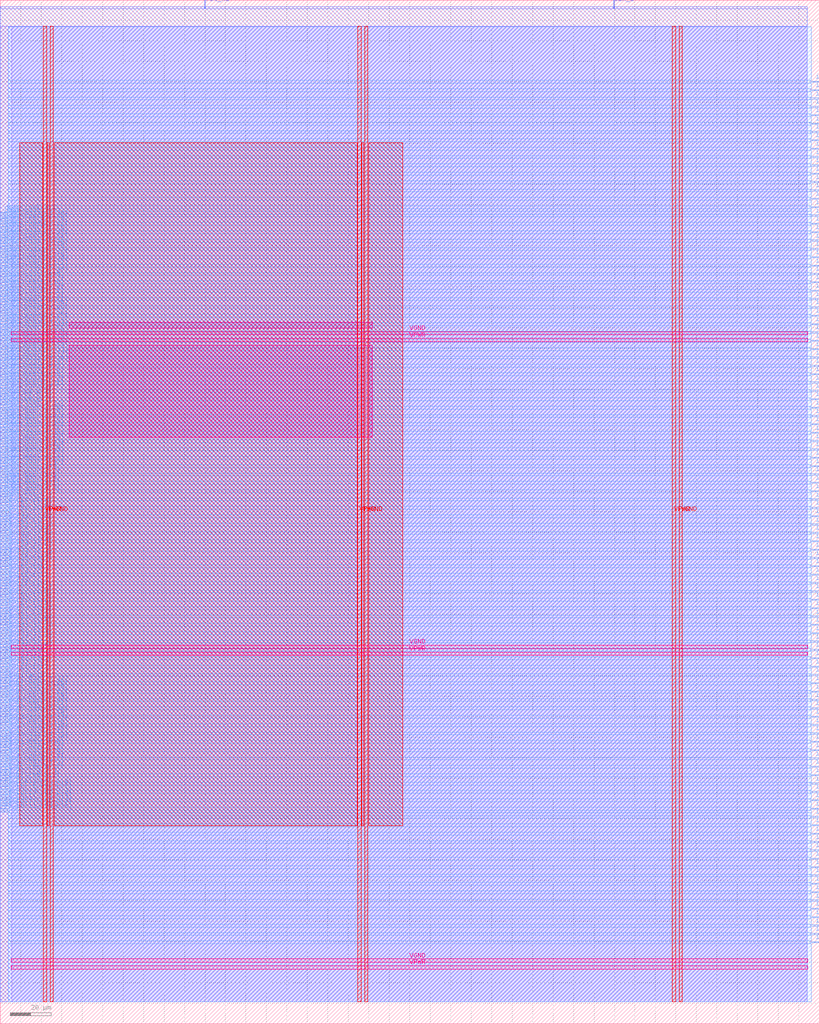
<source format=lef>
VERSION 5.7 ;
  NOWIREEXTENSIONATPIN ON ;
  DIVIDERCHAR "/" ;
  BUSBITCHARS "[]" ;
MACRO core
  CLASS BLOCK ;
  FOREIGN core ;
  ORIGIN 0.000 0.000 ;
  SIZE 400.000 BY 500.000 ;
  PIN VGND
    USE GROUND ;
    PORT
      LAYER met5 ;
        RECT 5.280 336.390 394.460 337.990 ;
    END
    PORT
      LAYER met5 ;
        RECT 5.280 183.210 394.460 184.810 ;
    END
    PORT
      LAYER met5 ;
        RECT 5.280 30.030 394.460 31.630 ;
    END
    PORT
      LAYER met4 ;
        RECT 331.540 10.640 333.140 487.120 ;
    END
    PORT
      LAYER met4 ;
        RECT 177.940 10.640 179.540 487.120 ;
    END
    PORT
      LAYER met4 ;
        RECT 24.340 10.640 25.940 487.120 ;
    END
  END VGND
  PIN VPWR
    USE POWER ;
    PORT
      LAYER met5 ;
        RECT 5.280 333.090 394.460 334.690 ;
    END
    PORT
      LAYER met5 ;
        RECT 5.280 179.910 394.460 181.510 ;
    END
    PORT
      LAYER met5 ;
        RECT 5.280 26.730 394.460 28.330 ;
    END
    PORT
      LAYER met4 ;
        RECT 328.240 10.640 329.840 487.120 ;
    END
    PORT
      LAYER met4 ;
        RECT 174.640 10.640 176.240 487.120 ;
    END
    PORT
      LAYER met4 ;
        RECT 21.040 10.640 22.640 487.120 ;
    END
  END VPWR
  PIN clk_i
    PORT
      LAYER met2 ;
        RECT 299.550 496.000 299.830 500.000 ;
    END
  END clk_i
  PIN dmem_addr_o[0]
    PORT
      LAYER met3 ;
        RECT 0.000 258.440 4.000 259.040 ;
    END
  END dmem_addr_o[0]
  PIN dmem_addr_o[10]
    PORT
      LAYER met3 ;
        RECT 0.000 272.040 4.000 272.640 ;
    END
  END dmem_addr_o[10]
  PIN dmem_addr_o[11]
    PORT
      LAYER met3 ;
        RECT 0.000 273.400 4.000 274.000 ;
    END
  END dmem_addr_o[11]
  PIN dmem_addr_o[12]
    PORT
      LAYER met3 ;
        RECT 0.000 274.760 4.000 275.360 ;
    END
  END dmem_addr_o[12]
  PIN dmem_addr_o[13]
    PORT
      LAYER met3 ;
        RECT 0.000 276.120 4.000 276.720 ;
    END
  END dmem_addr_o[13]
  PIN dmem_addr_o[14]
    PORT
      LAYER met3 ;
        RECT 0.000 277.480 4.000 278.080 ;
    END
  END dmem_addr_o[14]
  PIN dmem_addr_o[15]
    PORT
      LAYER met3 ;
        RECT 0.000 278.840 4.000 279.440 ;
    END
  END dmem_addr_o[15]
  PIN dmem_addr_o[16]
    PORT
      LAYER met3 ;
        RECT 0.000 280.200 4.000 280.800 ;
    END
  END dmem_addr_o[16]
  PIN dmem_addr_o[17]
    PORT
      LAYER met3 ;
        RECT 0.000 281.560 4.000 282.160 ;
    END
  END dmem_addr_o[17]
  PIN dmem_addr_o[18]
    PORT
      LAYER met3 ;
        RECT 0.000 282.920 4.000 283.520 ;
    END
  END dmem_addr_o[18]
  PIN dmem_addr_o[19]
    PORT
      LAYER met3 ;
        RECT 0.000 284.280 4.000 284.880 ;
    END
  END dmem_addr_o[19]
  PIN dmem_addr_o[1]
    PORT
      LAYER met3 ;
        RECT 0.000 259.800 4.000 260.400 ;
    END
  END dmem_addr_o[1]
  PIN dmem_addr_o[20]
    PORT
      LAYER met3 ;
        RECT 0.000 285.640 4.000 286.240 ;
    END
  END dmem_addr_o[20]
  PIN dmem_addr_o[21]
    PORT
      LAYER met3 ;
        RECT 0.000 287.000 4.000 287.600 ;
    END
  END dmem_addr_o[21]
  PIN dmem_addr_o[22]
    PORT
      LAYER met3 ;
        RECT 0.000 288.360 4.000 288.960 ;
    END
  END dmem_addr_o[22]
  PIN dmem_addr_o[23]
    PORT
      LAYER met3 ;
        RECT 0.000 289.720 4.000 290.320 ;
    END
  END dmem_addr_o[23]
  PIN dmem_addr_o[24]
    PORT
      LAYER met3 ;
        RECT 0.000 291.080 4.000 291.680 ;
    END
  END dmem_addr_o[24]
  PIN dmem_addr_o[25]
    PORT
      LAYER met3 ;
        RECT 0.000 292.440 4.000 293.040 ;
    END
  END dmem_addr_o[25]
  PIN dmem_addr_o[26]
    PORT
      LAYER met3 ;
        RECT 0.000 293.800 4.000 294.400 ;
    END
  END dmem_addr_o[26]
  PIN dmem_addr_o[27]
    PORT
      LAYER met3 ;
        RECT 0.000 295.160 4.000 295.760 ;
    END
  END dmem_addr_o[27]
  PIN dmem_addr_o[28]
    PORT
      LAYER met3 ;
        RECT 0.000 296.520 4.000 297.120 ;
    END
  END dmem_addr_o[28]
  PIN dmem_addr_o[29]
    PORT
      LAYER met3 ;
        RECT 0.000 297.880 4.000 298.480 ;
    END
  END dmem_addr_o[29]
  PIN dmem_addr_o[2]
    PORT
      LAYER met3 ;
        RECT 0.000 261.160 4.000 261.760 ;
    END
  END dmem_addr_o[2]
  PIN dmem_addr_o[30]
    PORT
      LAYER met3 ;
        RECT 0.000 299.240 4.000 299.840 ;
    END
  END dmem_addr_o[30]
  PIN dmem_addr_o[31]
    PORT
      LAYER met3 ;
        RECT 0.000 300.600 4.000 301.200 ;
    END
  END dmem_addr_o[31]
  PIN dmem_addr_o[3]
    PORT
      LAYER met3 ;
        RECT 0.000 262.520 4.000 263.120 ;
    END
  END dmem_addr_o[3]
  PIN dmem_addr_o[4]
    PORT
      LAYER met3 ;
        RECT 0.000 263.880 4.000 264.480 ;
    END
  END dmem_addr_o[4]
  PIN dmem_addr_o[5]
    PORT
      LAYER met3 ;
        RECT 0.000 265.240 4.000 265.840 ;
    END
  END dmem_addr_o[5]
  PIN dmem_addr_o[6]
    PORT
      LAYER met3 ;
        RECT 0.000 266.600 4.000 267.200 ;
    END
  END dmem_addr_o[6]
  PIN dmem_addr_o[7]
    PORT
      LAYER met3 ;
        RECT 0.000 267.960 4.000 268.560 ;
    END
  END dmem_addr_o[7]
  PIN dmem_addr_o[8]
    PORT
      LAYER met3 ;
        RECT 0.000 269.320 4.000 269.920 ;
    END
  END dmem_addr_o[8]
  PIN dmem_addr_o[9]
    PORT
      LAYER met3 ;
        RECT 0.000 270.680 4.000 271.280 ;
    END
  END dmem_addr_o[9]
  PIN dmem_be_o[0]
    PORT
      LAYER met3 ;
        RECT 0.000 303.320 4.000 303.920 ;
    END
  END dmem_be_o[0]
  PIN dmem_be_o[1]
    PORT
      LAYER met3 ;
        RECT 0.000 304.680 4.000 305.280 ;
    END
  END dmem_be_o[1]
  PIN dmem_be_o[2]
    PORT
      LAYER met3 ;
        RECT 0.000 306.040 4.000 306.640 ;
    END
  END dmem_be_o[2]
  PIN dmem_be_o[3]
    PORT
      LAYER met3 ;
        RECT 0.000 307.400 4.000 308.000 ;
    END
  END dmem_be_o[3]
  PIN dmem_gnt_i
    PORT
      LAYER met3 ;
        RECT 0.000 257.080 4.000 257.680 ;
    END
  END dmem_gnt_i
  PIN dmem_rdata_i[0]
    PORT
      LAYER met3 ;
        RECT 0.000 352.280 4.000 352.880 ;
    END
  END dmem_rdata_i[0]
  PIN dmem_rdata_i[10]
    PORT
      LAYER met3 ;
        RECT 0.000 365.880 4.000 366.480 ;
    END
  END dmem_rdata_i[10]
  PIN dmem_rdata_i[11]
    PORT
      LAYER met3 ;
        RECT 0.000 367.240 4.000 367.840 ;
    END
  END dmem_rdata_i[11]
  PIN dmem_rdata_i[12]
    PORT
      LAYER met3 ;
        RECT 0.000 368.600 4.000 369.200 ;
    END
  END dmem_rdata_i[12]
  PIN dmem_rdata_i[13]
    PORT
      LAYER met3 ;
        RECT 0.000 369.960 4.000 370.560 ;
    END
  END dmem_rdata_i[13]
  PIN dmem_rdata_i[14]
    PORT
      LAYER met3 ;
        RECT 0.000 371.320 4.000 371.920 ;
    END
  END dmem_rdata_i[14]
  PIN dmem_rdata_i[15]
    PORT
      LAYER met3 ;
        RECT 0.000 372.680 4.000 373.280 ;
    END
  END dmem_rdata_i[15]
  PIN dmem_rdata_i[16]
    PORT
      LAYER met3 ;
        RECT 0.000 374.040 4.000 374.640 ;
    END
  END dmem_rdata_i[16]
  PIN dmem_rdata_i[17]
    PORT
      LAYER met3 ;
        RECT 0.000 375.400 4.000 376.000 ;
    END
  END dmem_rdata_i[17]
  PIN dmem_rdata_i[18]
    PORT
      LAYER met3 ;
        RECT 0.000 376.760 4.000 377.360 ;
    END
  END dmem_rdata_i[18]
  PIN dmem_rdata_i[19]
    PORT
      LAYER met3 ;
        RECT 0.000 378.120 4.000 378.720 ;
    END
  END dmem_rdata_i[19]
  PIN dmem_rdata_i[1]
    PORT
      LAYER met3 ;
        RECT 0.000 353.640 4.000 354.240 ;
    END
  END dmem_rdata_i[1]
  PIN dmem_rdata_i[20]
    PORT
      LAYER met3 ;
        RECT 0.000 379.480 4.000 380.080 ;
    END
  END dmem_rdata_i[20]
  PIN dmem_rdata_i[21]
    PORT
      LAYER met3 ;
        RECT 0.000 380.840 4.000 381.440 ;
    END
  END dmem_rdata_i[21]
  PIN dmem_rdata_i[22]
    PORT
      LAYER met3 ;
        RECT 0.000 382.200 4.000 382.800 ;
    END
  END dmem_rdata_i[22]
  PIN dmem_rdata_i[23]
    PORT
      LAYER met3 ;
        RECT 0.000 383.560 4.000 384.160 ;
    END
  END dmem_rdata_i[23]
  PIN dmem_rdata_i[24]
    PORT
      LAYER met3 ;
        RECT 0.000 384.920 4.000 385.520 ;
    END
  END dmem_rdata_i[24]
  PIN dmem_rdata_i[25]
    PORT
      LAYER met3 ;
        RECT 0.000 386.280 4.000 386.880 ;
    END
  END dmem_rdata_i[25]
  PIN dmem_rdata_i[26]
    PORT
      LAYER met3 ;
        RECT 0.000 387.640 4.000 388.240 ;
    END
  END dmem_rdata_i[26]
  PIN dmem_rdata_i[27]
    PORT
      LAYER met3 ;
        RECT 0.000 389.000 4.000 389.600 ;
    END
  END dmem_rdata_i[27]
  PIN dmem_rdata_i[28]
    PORT
      LAYER met3 ;
        RECT 0.000 390.360 4.000 390.960 ;
    END
  END dmem_rdata_i[28]
  PIN dmem_rdata_i[29]
    PORT
      LAYER met3 ;
        RECT 0.000 391.720 4.000 392.320 ;
    END
  END dmem_rdata_i[29]
  PIN dmem_rdata_i[2]
    PORT
      LAYER met3 ;
        RECT 0.000 355.000 4.000 355.600 ;
    END
  END dmem_rdata_i[2]
  PIN dmem_rdata_i[30]
    PORT
      LAYER met3 ;
        RECT 0.000 393.080 4.000 393.680 ;
    END
  END dmem_rdata_i[30]
  PIN dmem_rdata_i[31]
    PORT
      LAYER met3 ;
        RECT 0.000 394.440 4.000 395.040 ;
    END
  END dmem_rdata_i[31]
  PIN dmem_rdata_i[3]
    PORT
      LAYER met3 ;
        RECT 0.000 356.360 4.000 356.960 ;
    END
  END dmem_rdata_i[3]
  PIN dmem_rdata_i[4]
    PORT
      LAYER met3 ;
        RECT 0.000 357.720 4.000 358.320 ;
    END
  END dmem_rdata_i[4]
  PIN dmem_rdata_i[5]
    PORT
      LAYER met3 ;
        RECT 0.000 359.080 4.000 359.680 ;
    END
  END dmem_rdata_i[5]
  PIN dmem_rdata_i[6]
    PORT
      LAYER met3 ;
        RECT 0.000 360.440 4.000 361.040 ;
    END
  END dmem_rdata_i[6]
  PIN dmem_rdata_i[7]
    PORT
      LAYER met3 ;
        RECT 0.000 361.800 4.000 362.400 ;
    END
  END dmem_rdata_i[7]
  PIN dmem_rdata_i[8]
    PORT
      LAYER met3 ;
        RECT 0.000 363.160 4.000 363.760 ;
    END
  END dmem_rdata_i[8]
  PIN dmem_rdata_i[9]
    PORT
      LAYER met3 ;
        RECT 0.000 364.520 4.000 365.120 ;
    END
  END dmem_rdata_i[9]
  PIN dmem_req_o
    PORT
      LAYER met3 ;
        RECT 0.000 255.720 4.000 256.320 ;
    END
  END dmem_req_o
  PIN dmem_rvalid_i
    PORT
      LAYER met3 ;
        RECT 0.000 395.800 4.000 396.400 ;
    END
  END dmem_rvalid_i
  PIN dmem_wdata_o[0]
    PORT
      LAYER met3 ;
        RECT 0.000 308.760 4.000 309.360 ;
    END
  END dmem_wdata_o[0]
  PIN dmem_wdata_o[10]
    PORT
      LAYER met3 ;
        RECT 0.000 322.360 4.000 322.960 ;
    END
  END dmem_wdata_o[10]
  PIN dmem_wdata_o[11]
    PORT
      LAYER met3 ;
        RECT 0.000 323.720 4.000 324.320 ;
    END
  END dmem_wdata_o[11]
  PIN dmem_wdata_o[12]
    PORT
      LAYER met3 ;
        RECT 0.000 325.080 4.000 325.680 ;
    END
  END dmem_wdata_o[12]
  PIN dmem_wdata_o[13]
    PORT
      LAYER met3 ;
        RECT 0.000 326.440 4.000 327.040 ;
    END
  END dmem_wdata_o[13]
  PIN dmem_wdata_o[14]
    PORT
      LAYER met3 ;
        RECT 0.000 327.800 4.000 328.400 ;
    END
  END dmem_wdata_o[14]
  PIN dmem_wdata_o[15]
    PORT
      LAYER met3 ;
        RECT 0.000 329.160 4.000 329.760 ;
    END
  END dmem_wdata_o[15]
  PIN dmem_wdata_o[16]
    PORT
      LAYER met3 ;
        RECT 0.000 330.520 4.000 331.120 ;
    END
  END dmem_wdata_o[16]
  PIN dmem_wdata_o[17]
    PORT
      LAYER met3 ;
        RECT 0.000 331.880 4.000 332.480 ;
    END
  END dmem_wdata_o[17]
  PIN dmem_wdata_o[18]
    PORT
      LAYER met3 ;
        RECT 0.000 333.240 4.000 333.840 ;
    END
  END dmem_wdata_o[18]
  PIN dmem_wdata_o[19]
    PORT
      LAYER met3 ;
        RECT 0.000 334.600 4.000 335.200 ;
    END
  END dmem_wdata_o[19]
  PIN dmem_wdata_o[1]
    PORT
      LAYER met3 ;
        RECT 0.000 310.120 4.000 310.720 ;
    END
  END dmem_wdata_o[1]
  PIN dmem_wdata_o[20]
    PORT
      LAYER met3 ;
        RECT 0.000 335.960 4.000 336.560 ;
    END
  END dmem_wdata_o[20]
  PIN dmem_wdata_o[21]
    PORT
      LAYER met3 ;
        RECT 0.000 337.320 4.000 337.920 ;
    END
  END dmem_wdata_o[21]
  PIN dmem_wdata_o[22]
    PORT
      LAYER met3 ;
        RECT 0.000 338.680 4.000 339.280 ;
    END
  END dmem_wdata_o[22]
  PIN dmem_wdata_o[23]
    PORT
      LAYER met3 ;
        RECT 0.000 340.040 4.000 340.640 ;
    END
  END dmem_wdata_o[23]
  PIN dmem_wdata_o[24]
    PORT
      LAYER met3 ;
        RECT 0.000 341.400 4.000 342.000 ;
    END
  END dmem_wdata_o[24]
  PIN dmem_wdata_o[25]
    PORT
      LAYER met3 ;
        RECT 0.000 342.760 4.000 343.360 ;
    END
  END dmem_wdata_o[25]
  PIN dmem_wdata_o[26]
    PORT
      LAYER met3 ;
        RECT 0.000 344.120 4.000 344.720 ;
    END
  END dmem_wdata_o[26]
  PIN dmem_wdata_o[27]
    PORT
      LAYER met3 ;
        RECT 0.000 345.480 4.000 346.080 ;
    END
  END dmem_wdata_o[27]
  PIN dmem_wdata_o[28]
    PORT
      LAYER met3 ;
        RECT 0.000 346.840 4.000 347.440 ;
    END
  END dmem_wdata_o[28]
  PIN dmem_wdata_o[29]
    PORT
      LAYER met3 ;
        RECT 0.000 348.200 4.000 348.800 ;
    END
  END dmem_wdata_o[29]
  PIN dmem_wdata_o[2]
    PORT
      LAYER met3 ;
        RECT 0.000 311.480 4.000 312.080 ;
    END
  END dmem_wdata_o[2]
  PIN dmem_wdata_o[30]
    PORT
      LAYER met3 ;
        RECT 0.000 349.560 4.000 350.160 ;
    END
  END dmem_wdata_o[30]
  PIN dmem_wdata_o[31]
    PORT
      LAYER met3 ;
        RECT 0.000 350.920 4.000 351.520 ;
    END
  END dmem_wdata_o[31]
  PIN dmem_wdata_o[3]
    PORT
      LAYER met3 ;
        RECT 0.000 312.840 4.000 313.440 ;
    END
  END dmem_wdata_o[3]
  PIN dmem_wdata_o[4]
    PORT
      LAYER met3 ;
        RECT 0.000 314.200 4.000 314.800 ;
    END
  END dmem_wdata_o[4]
  PIN dmem_wdata_o[5]
    PORT
      LAYER met3 ;
        RECT 0.000 315.560 4.000 316.160 ;
    END
  END dmem_wdata_o[5]
  PIN dmem_wdata_o[6]
    PORT
      LAYER met3 ;
        RECT 0.000 316.920 4.000 317.520 ;
    END
  END dmem_wdata_o[6]
  PIN dmem_wdata_o[7]
    PORT
      LAYER met3 ;
        RECT 0.000 318.280 4.000 318.880 ;
    END
  END dmem_wdata_o[7]
  PIN dmem_wdata_o[8]
    PORT
      LAYER met3 ;
        RECT 0.000 319.640 4.000 320.240 ;
    END
  END dmem_wdata_o[8]
  PIN dmem_wdata_o[9]
    PORT
      LAYER met3 ;
        RECT 0.000 321.000 4.000 321.600 ;
    END
  END dmem_wdata_o[9]
  PIN dmem_we_o
    PORT
      LAYER met3 ;
        RECT 0.000 301.960 4.000 302.560 ;
    END
  END dmem_we_o
  PIN imem_addr_o[0]
    PORT
      LAYER met3 ;
        RECT 396.000 47.640 400.000 48.240 ;
    END
  END imem_addr_o[0]
  PIN imem_addr_o[10]
    PORT
      LAYER met3 ;
        RECT 396.000 88.440 400.000 89.040 ;
    END
  END imem_addr_o[10]
  PIN imem_addr_o[11]
    PORT
      LAYER met3 ;
        RECT 396.000 92.520 400.000 93.120 ;
    END
  END imem_addr_o[11]
  PIN imem_addr_o[12]
    PORT
      LAYER met3 ;
        RECT 396.000 96.600 400.000 97.200 ;
    END
  END imem_addr_o[12]
  PIN imem_addr_o[13]
    PORT
      LAYER met3 ;
        RECT 396.000 100.680 400.000 101.280 ;
    END
  END imem_addr_o[13]
  PIN imem_addr_o[14]
    PORT
      LAYER met3 ;
        RECT 396.000 104.760 400.000 105.360 ;
    END
  END imem_addr_o[14]
  PIN imem_addr_o[15]
    PORT
      LAYER met3 ;
        RECT 396.000 108.840 400.000 109.440 ;
    END
  END imem_addr_o[15]
  PIN imem_addr_o[16]
    PORT
      LAYER met3 ;
        RECT 396.000 112.920 400.000 113.520 ;
    END
  END imem_addr_o[16]
  PIN imem_addr_o[17]
    PORT
      LAYER met3 ;
        RECT 396.000 117.000 400.000 117.600 ;
    END
  END imem_addr_o[17]
  PIN imem_addr_o[18]
    PORT
      LAYER met3 ;
        RECT 396.000 121.080 400.000 121.680 ;
    END
  END imem_addr_o[18]
  PIN imem_addr_o[19]
    PORT
      LAYER met3 ;
        RECT 396.000 125.160 400.000 125.760 ;
    END
  END imem_addr_o[19]
  PIN imem_addr_o[1]
    PORT
      LAYER met3 ;
        RECT 396.000 51.720 400.000 52.320 ;
    END
  END imem_addr_o[1]
  PIN imem_addr_o[20]
    PORT
      LAYER met3 ;
        RECT 396.000 129.240 400.000 129.840 ;
    END
  END imem_addr_o[20]
  PIN imem_addr_o[21]
    PORT
      LAYER met3 ;
        RECT 396.000 133.320 400.000 133.920 ;
    END
  END imem_addr_o[21]
  PIN imem_addr_o[22]
    PORT
      LAYER met3 ;
        RECT 396.000 137.400 400.000 138.000 ;
    END
  END imem_addr_o[22]
  PIN imem_addr_o[23]
    PORT
      LAYER met3 ;
        RECT 396.000 141.480 400.000 142.080 ;
    END
  END imem_addr_o[23]
  PIN imem_addr_o[24]
    PORT
      LAYER met3 ;
        RECT 396.000 145.560 400.000 146.160 ;
    END
  END imem_addr_o[24]
  PIN imem_addr_o[25]
    PORT
      LAYER met3 ;
        RECT 396.000 149.640 400.000 150.240 ;
    END
  END imem_addr_o[25]
  PIN imem_addr_o[26]
    PORT
      LAYER met3 ;
        RECT 396.000 153.720 400.000 154.320 ;
    END
  END imem_addr_o[26]
  PIN imem_addr_o[27]
    PORT
      LAYER met3 ;
        RECT 396.000 157.800 400.000 158.400 ;
    END
  END imem_addr_o[27]
  PIN imem_addr_o[28]
    PORT
      LAYER met3 ;
        RECT 396.000 161.880 400.000 162.480 ;
    END
  END imem_addr_o[28]
  PIN imem_addr_o[29]
    PORT
      LAYER met3 ;
        RECT 396.000 165.960 400.000 166.560 ;
    END
  END imem_addr_o[29]
  PIN imem_addr_o[2]
    PORT
      LAYER met3 ;
        RECT 396.000 55.800 400.000 56.400 ;
    END
  END imem_addr_o[2]
  PIN imem_addr_o[30]
    PORT
      LAYER met3 ;
        RECT 396.000 170.040 400.000 170.640 ;
    END
  END imem_addr_o[30]
  PIN imem_addr_o[31]
    PORT
      LAYER met3 ;
        RECT 396.000 174.120 400.000 174.720 ;
    END
  END imem_addr_o[31]
  PIN imem_addr_o[3]
    PORT
      LAYER met3 ;
        RECT 396.000 59.880 400.000 60.480 ;
    END
  END imem_addr_o[3]
  PIN imem_addr_o[4]
    PORT
      LAYER met3 ;
        RECT 396.000 63.960 400.000 64.560 ;
    END
  END imem_addr_o[4]
  PIN imem_addr_o[5]
    PORT
      LAYER met3 ;
        RECT 396.000 68.040 400.000 68.640 ;
    END
  END imem_addr_o[5]
  PIN imem_addr_o[6]
    PORT
      LAYER met3 ;
        RECT 396.000 72.120 400.000 72.720 ;
    END
  END imem_addr_o[6]
  PIN imem_addr_o[7]
    PORT
      LAYER met3 ;
        RECT 396.000 76.200 400.000 76.800 ;
    END
  END imem_addr_o[7]
  PIN imem_addr_o[8]
    PORT
      LAYER met3 ;
        RECT 396.000 80.280 400.000 80.880 ;
    END
  END imem_addr_o[8]
  PIN imem_addr_o[9]
    PORT
      LAYER met3 ;
        RECT 396.000 84.360 400.000 84.960 ;
    END
  END imem_addr_o[9]
  PIN imem_be_o[0]
    PORT
      LAYER met3 ;
        RECT 396.000 182.280 400.000 182.880 ;
    END
  END imem_be_o[0]
  PIN imem_be_o[1]
    PORT
      LAYER met3 ;
        RECT 396.000 186.360 400.000 186.960 ;
    END
  END imem_be_o[1]
  PIN imem_be_o[2]
    PORT
      LAYER met3 ;
        RECT 396.000 190.440 400.000 191.040 ;
    END
  END imem_be_o[2]
  PIN imem_be_o[3]
    PORT
      LAYER met3 ;
        RECT 396.000 194.520 400.000 195.120 ;
    END
  END imem_be_o[3]
  PIN imem_gnt_i
    PORT
      LAYER met3 ;
        RECT 396.000 43.560 400.000 44.160 ;
    END
  END imem_gnt_i
  PIN imem_rdata_i[0]
    PORT
      LAYER met3 ;
        RECT 396.000 333.240 400.000 333.840 ;
    END
  END imem_rdata_i[0]
  PIN imem_rdata_i[10]
    PORT
      LAYER met3 ;
        RECT 396.000 374.040 400.000 374.640 ;
    END
  END imem_rdata_i[10]
  PIN imem_rdata_i[11]
    PORT
      LAYER met3 ;
        RECT 396.000 378.120 400.000 378.720 ;
    END
  END imem_rdata_i[11]
  PIN imem_rdata_i[12]
    PORT
      LAYER met3 ;
        RECT 396.000 382.200 400.000 382.800 ;
    END
  END imem_rdata_i[12]
  PIN imem_rdata_i[13]
    PORT
      LAYER met3 ;
        RECT 396.000 386.280 400.000 386.880 ;
    END
  END imem_rdata_i[13]
  PIN imem_rdata_i[14]
    PORT
      LAYER met3 ;
        RECT 396.000 390.360 400.000 390.960 ;
    END
  END imem_rdata_i[14]
  PIN imem_rdata_i[15]
    PORT
      LAYER met3 ;
        RECT 396.000 394.440 400.000 395.040 ;
    END
  END imem_rdata_i[15]
  PIN imem_rdata_i[16]
    PORT
      LAYER met3 ;
        RECT 396.000 398.520 400.000 399.120 ;
    END
  END imem_rdata_i[16]
  PIN imem_rdata_i[17]
    PORT
      LAYER met3 ;
        RECT 396.000 402.600 400.000 403.200 ;
    END
  END imem_rdata_i[17]
  PIN imem_rdata_i[18]
    PORT
      LAYER met3 ;
        RECT 396.000 406.680 400.000 407.280 ;
    END
  END imem_rdata_i[18]
  PIN imem_rdata_i[19]
    PORT
      LAYER met3 ;
        RECT 396.000 410.760 400.000 411.360 ;
    END
  END imem_rdata_i[19]
  PIN imem_rdata_i[1]
    PORT
      LAYER met3 ;
        RECT 396.000 337.320 400.000 337.920 ;
    END
  END imem_rdata_i[1]
  PIN imem_rdata_i[20]
    PORT
      LAYER met3 ;
        RECT 396.000 414.840 400.000 415.440 ;
    END
  END imem_rdata_i[20]
  PIN imem_rdata_i[21]
    PORT
      LAYER met3 ;
        RECT 396.000 418.920 400.000 419.520 ;
    END
  END imem_rdata_i[21]
  PIN imem_rdata_i[22]
    PORT
      LAYER met3 ;
        RECT 396.000 423.000 400.000 423.600 ;
    END
  END imem_rdata_i[22]
  PIN imem_rdata_i[23]
    PORT
      LAYER met3 ;
        RECT 396.000 427.080 400.000 427.680 ;
    END
  END imem_rdata_i[23]
  PIN imem_rdata_i[24]
    PORT
      LAYER met3 ;
        RECT 396.000 431.160 400.000 431.760 ;
    END
  END imem_rdata_i[24]
  PIN imem_rdata_i[25]
    PORT
      LAYER met3 ;
        RECT 396.000 435.240 400.000 435.840 ;
    END
  END imem_rdata_i[25]
  PIN imem_rdata_i[26]
    PORT
      LAYER met3 ;
        RECT 396.000 439.320 400.000 439.920 ;
    END
  END imem_rdata_i[26]
  PIN imem_rdata_i[27]
    PORT
      LAYER met3 ;
        RECT 396.000 443.400 400.000 444.000 ;
    END
  END imem_rdata_i[27]
  PIN imem_rdata_i[28]
    PORT
      LAYER met3 ;
        RECT 396.000 447.480 400.000 448.080 ;
    END
  END imem_rdata_i[28]
  PIN imem_rdata_i[29]
    PORT
      LAYER met3 ;
        RECT 396.000 451.560 400.000 452.160 ;
    END
  END imem_rdata_i[29]
  PIN imem_rdata_i[2]
    PORT
      LAYER met3 ;
        RECT 396.000 341.400 400.000 342.000 ;
    END
  END imem_rdata_i[2]
  PIN imem_rdata_i[30]
    PORT
      LAYER met3 ;
        RECT 396.000 455.640 400.000 456.240 ;
    END
  END imem_rdata_i[30]
  PIN imem_rdata_i[31]
    PORT
      LAYER met3 ;
        RECT 396.000 459.720 400.000 460.320 ;
    END
  END imem_rdata_i[31]
  PIN imem_rdata_i[3]
    PORT
      LAYER met3 ;
        RECT 396.000 345.480 400.000 346.080 ;
    END
  END imem_rdata_i[3]
  PIN imem_rdata_i[4]
    PORT
      LAYER met3 ;
        RECT 396.000 349.560 400.000 350.160 ;
    END
  END imem_rdata_i[4]
  PIN imem_rdata_i[5]
    PORT
      LAYER met3 ;
        RECT 396.000 353.640 400.000 354.240 ;
    END
  END imem_rdata_i[5]
  PIN imem_rdata_i[6]
    PORT
      LAYER met3 ;
        RECT 396.000 357.720 400.000 358.320 ;
    END
  END imem_rdata_i[6]
  PIN imem_rdata_i[7]
    PORT
      LAYER met3 ;
        RECT 396.000 361.800 400.000 362.400 ;
    END
  END imem_rdata_i[7]
  PIN imem_rdata_i[8]
    PORT
      LAYER met3 ;
        RECT 396.000 365.880 400.000 366.480 ;
    END
  END imem_rdata_i[8]
  PIN imem_rdata_i[9]
    PORT
      LAYER met3 ;
        RECT 396.000 369.960 400.000 370.560 ;
    END
  END imem_rdata_i[9]
  PIN imem_req_o
    PORT
      LAYER met3 ;
        RECT 396.000 39.480 400.000 40.080 ;
    END
  END imem_req_o
  PIN imem_rvalid_i
    PORT
      LAYER met3 ;
        RECT 396.000 329.160 400.000 329.760 ;
    END
  END imem_rvalid_i
  PIN imem_wdata_o[0]
    PORT
      LAYER met3 ;
        RECT 396.000 198.600 400.000 199.200 ;
    END
  END imem_wdata_o[0]
  PIN imem_wdata_o[10]
    PORT
      LAYER met3 ;
        RECT 396.000 239.400 400.000 240.000 ;
    END
  END imem_wdata_o[10]
  PIN imem_wdata_o[11]
    PORT
      LAYER met3 ;
        RECT 396.000 243.480 400.000 244.080 ;
    END
  END imem_wdata_o[11]
  PIN imem_wdata_o[12]
    PORT
      LAYER met3 ;
        RECT 396.000 247.560 400.000 248.160 ;
    END
  END imem_wdata_o[12]
  PIN imem_wdata_o[13]
    PORT
      LAYER met3 ;
        RECT 396.000 251.640 400.000 252.240 ;
    END
  END imem_wdata_o[13]
  PIN imem_wdata_o[14]
    PORT
      LAYER met3 ;
        RECT 396.000 255.720 400.000 256.320 ;
    END
  END imem_wdata_o[14]
  PIN imem_wdata_o[15]
    PORT
      LAYER met3 ;
        RECT 396.000 259.800 400.000 260.400 ;
    END
  END imem_wdata_o[15]
  PIN imem_wdata_o[16]
    PORT
      LAYER met3 ;
        RECT 396.000 263.880 400.000 264.480 ;
    END
  END imem_wdata_o[16]
  PIN imem_wdata_o[17]
    PORT
      LAYER met3 ;
        RECT 396.000 267.960 400.000 268.560 ;
    END
  END imem_wdata_o[17]
  PIN imem_wdata_o[18]
    PORT
      LAYER met3 ;
        RECT 396.000 272.040 400.000 272.640 ;
    END
  END imem_wdata_o[18]
  PIN imem_wdata_o[19]
    PORT
      LAYER met3 ;
        RECT 396.000 276.120 400.000 276.720 ;
    END
  END imem_wdata_o[19]
  PIN imem_wdata_o[1]
    PORT
      LAYER met3 ;
        RECT 396.000 202.680 400.000 203.280 ;
    END
  END imem_wdata_o[1]
  PIN imem_wdata_o[20]
    PORT
      LAYER met3 ;
        RECT 396.000 280.200 400.000 280.800 ;
    END
  END imem_wdata_o[20]
  PIN imem_wdata_o[21]
    PORT
      LAYER met3 ;
        RECT 396.000 284.280 400.000 284.880 ;
    END
  END imem_wdata_o[21]
  PIN imem_wdata_o[22]
    PORT
      LAYER met3 ;
        RECT 396.000 288.360 400.000 288.960 ;
    END
  END imem_wdata_o[22]
  PIN imem_wdata_o[23]
    PORT
      LAYER met3 ;
        RECT 396.000 292.440 400.000 293.040 ;
    END
  END imem_wdata_o[23]
  PIN imem_wdata_o[24]
    PORT
      LAYER met3 ;
        RECT 396.000 296.520 400.000 297.120 ;
    END
  END imem_wdata_o[24]
  PIN imem_wdata_o[25]
    PORT
      LAYER met3 ;
        RECT 396.000 300.600 400.000 301.200 ;
    END
  END imem_wdata_o[25]
  PIN imem_wdata_o[26]
    PORT
      LAYER met3 ;
        RECT 396.000 304.680 400.000 305.280 ;
    END
  END imem_wdata_o[26]
  PIN imem_wdata_o[27]
    PORT
      LAYER met3 ;
        RECT 396.000 308.760 400.000 309.360 ;
    END
  END imem_wdata_o[27]
  PIN imem_wdata_o[28]
    PORT
      LAYER met3 ;
        RECT 396.000 312.840 400.000 313.440 ;
    END
  END imem_wdata_o[28]
  PIN imem_wdata_o[29]
    PORT
      LAYER met3 ;
        RECT 396.000 316.920 400.000 317.520 ;
    END
  END imem_wdata_o[29]
  PIN imem_wdata_o[2]
    PORT
      LAYER met3 ;
        RECT 396.000 206.760 400.000 207.360 ;
    END
  END imem_wdata_o[2]
  PIN imem_wdata_o[30]
    PORT
      LAYER met3 ;
        RECT 396.000 321.000 400.000 321.600 ;
    END
  END imem_wdata_o[30]
  PIN imem_wdata_o[31]
    PORT
      LAYER met3 ;
        RECT 396.000 325.080 400.000 325.680 ;
    END
  END imem_wdata_o[31]
  PIN imem_wdata_o[3]
    PORT
      LAYER met3 ;
        RECT 396.000 210.840 400.000 211.440 ;
    END
  END imem_wdata_o[3]
  PIN imem_wdata_o[4]
    PORT
      LAYER met3 ;
        RECT 396.000 214.920 400.000 215.520 ;
    END
  END imem_wdata_o[4]
  PIN imem_wdata_o[5]
    PORT
      LAYER met3 ;
        RECT 396.000 219.000 400.000 219.600 ;
    END
  END imem_wdata_o[5]
  PIN imem_wdata_o[6]
    PORT
      LAYER met3 ;
        RECT 396.000 223.080 400.000 223.680 ;
    END
  END imem_wdata_o[6]
  PIN imem_wdata_o[7]
    PORT
      LAYER met3 ;
        RECT 396.000 227.160 400.000 227.760 ;
    END
  END imem_wdata_o[7]
  PIN imem_wdata_o[8]
    PORT
      LAYER met3 ;
        RECT 396.000 231.240 400.000 231.840 ;
    END
  END imem_wdata_o[8]
  PIN imem_wdata_o[9]
    PORT
      LAYER met3 ;
        RECT 396.000 235.320 400.000 235.920 ;
    END
  END imem_wdata_o[9]
  PIN imem_we_o
    PORT
      LAYER met3 ;
        RECT 396.000 178.200 400.000 178.800 ;
    END
  END imem_we_o
  PIN rf_port1_reg_o[0]
    PORT
      LAYER met3 ;
        RECT 0.000 103.400 4.000 104.000 ;
    END
  END rf_port1_reg_o[0]
  PIN rf_port1_reg_o[1]
    PORT
      LAYER met3 ;
        RECT 0.000 104.760 4.000 105.360 ;
    END
  END rf_port1_reg_o[1]
  PIN rf_port1_reg_o[2]
    PORT
      LAYER met3 ;
        RECT 0.000 106.120 4.000 106.720 ;
    END
  END rf_port1_reg_o[2]
  PIN rf_port1_reg_o[3]
    PORT
      LAYER met3 ;
        RECT 0.000 107.480 4.000 108.080 ;
    END
  END rf_port1_reg_o[3]
  PIN rf_port1_reg_o[4]
    PORT
      LAYER met3 ;
        RECT 0.000 108.840 4.000 109.440 ;
    END
  END rf_port1_reg_o[4]
  PIN rf_port2_reg_o[0]
    PORT
      LAYER met3 ;
        RECT 0.000 110.200 4.000 110.800 ;
    END
  END rf_port2_reg_o[0]
  PIN rf_port2_reg_o[1]
    PORT
      LAYER met3 ;
        RECT 0.000 111.560 4.000 112.160 ;
    END
  END rf_port2_reg_o[1]
  PIN rf_port2_reg_o[2]
    PORT
      LAYER met3 ;
        RECT 0.000 112.920 4.000 113.520 ;
    END
  END rf_port2_reg_o[2]
  PIN rf_port2_reg_o[3]
    PORT
      LAYER met3 ;
        RECT 0.000 114.280 4.000 114.880 ;
    END
  END rf_port2_reg_o[3]
  PIN rf_port2_reg_o[4]
    PORT
      LAYER met3 ;
        RECT 0.000 115.640 4.000 116.240 ;
    END
  END rf_port2_reg_o[4]
  PIN rf_rs1_i[0]
    PORT
      LAYER met3 ;
        RECT 0.000 168.680 4.000 169.280 ;
    END
  END rf_rs1_i[0]
  PIN rf_rs1_i[10]
    PORT
      LAYER met3 ;
        RECT 0.000 182.280 4.000 182.880 ;
    END
  END rf_rs1_i[10]
  PIN rf_rs1_i[11]
    PORT
      LAYER met3 ;
        RECT 0.000 183.640 4.000 184.240 ;
    END
  END rf_rs1_i[11]
  PIN rf_rs1_i[12]
    PORT
      LAYER met3 ;
        RECT 0.000 185.000 4.000 185.600 ;
    END
  END rf_rs1_i[12]
  PIN rf_rs1_i[13]
    PORT
      LAYER met3 ;
        RECT 0.000 186.360 4.000 186.960 ;
    END
  END rf_rs1_i[13]
  PIN rf_rs1_i[14]
    PORT
      LAYER met3 ;
        RECT 0.000 187.720 4.000 188.320 ;
    END
  END rf_rs1_i[14]
  PIN rf_rs1_i[15]
    PORT
      LAYER met3 ;
        RECT 0.000 189.080 4.000 189.680 ;
    END
  END rf_rs1_i[15]
  PIN rf_rs1_i[16]
    PORT
      LAYER met3 ;
        RECT 0.000 190.440 4.000 191.040 ;
    END
  END rf_rs1_i[16]
  PIN rf_rs1_i[17]
    PORT
      LAYER met3 ;
        RECT 0.000 191.800 4.000 192.400 ;
    END
  END rf_rs1_i[17]
  PIN rf_rs1_i[18]
    PORT
      LAYER met3 ;
        RECT 0.000 193.160 4.000 193.760 ;
    END
  END rf_rs1_i[18]
  PIN rf_rs1_i[19]
    PORT
      LAYER met3 ;
        RECT 0.000 194.520 4.000 195.120 ;
    END
  END rf_rs1_i[19]
  PIN rf_rs1_i[1]
    PORT
      LAYER met3 ;
        RECT 0.000 170.040 4.000 170.640 ;
    END
  END rf_rs1_i[1]
  PIN rf_rs1_i[20]
    PORT
      LAYER met3 ;
        RECT 0.000 195.880 4.000 196.480 ;
    END
  END rf_rs1_i[20]
  PIN rf_rs1_i[21]
    PORT
      LAYER met3 ;
        RECT 0.000 197.240 4.000 197.840 ;
    END
  END rf_rs1_i[21]
  PIN rf_rs1_i[22]
    PORT
      LAYER met3 ;
        RECT 0.000 198.600 4.000 199.200 ;
    END
  END rf_rs1_i[22]
  PIN rf_rs1_i[23]
    PORT
      LAYER met3 ;
        RECT 0.000 199.960 4.000 200.560 ;
    END
  END rf_rs1_i[23]
  PIN rf_rs1_i[24]
    PORT
      LAYER met3 ;
        RECT 0.000 201.320 4.000 201.920 ;
    END
  END rf_rs1_i[24]
  PIN rf_rs1_i[25]
    PORT
      LAYER met3 ;
        RECT 0.000 202.680 4.000 203.280 ;
    END
  END rf_rs1_i[25]
  PIN rf_rs1_i[26]
    PORT
      LAYER met3 ;
        RECT 0.000 204.040 4.000 204.640 ;
    END
  END rf_rs1_i[26]
  PIN rf_rs1_i[27]
    PORT
      LAYER met3 ;
        RECT 0.000 205.400 4.000 206.000 ;
    END
  END rf_rs1_i[27]
  PIN rf_rs1_i[28]
    PORT
      LAYER met3 ;
        RECT 0.000 206.760 4.000 207.360 ;
    END
  END rf_rs1_i[28]
  PIN rf_rs1_i[29]
    PORT
      LAYER met3 ;
        RECT 0.000 208.120 4.000 208.720 ;
    END
  END rf_rs1_i[29]
  PIN rf_rs1_i[2]
    PORT
      LAYER met3 ;
        RECT 0.000 171.400 4.000 172.000 ;
    END
  END rf_rs1_i[2]
  PIN rf_rs1_i[30]
    PORT
      LAYER met3 ;
        RECT 0.000 209.480 4.000 210.080 ;
    END
  END rf_rs1_i[30]
  PIN rf_rs1_i[31]
    PORT
      LAYER met3 ;
        RECT 0.000 210.840 4.000 211.440 ;
    END
  END rf_rs1_i[31]
  PIN rf_rs1_i[3]
    PORT
      LAYER met3 ;
        RECT 0.000 172.760 4.000 173.360 ;
    END
  END rf_rs1_i[3]
  PIN rf_rs1_i[4]
    PORT
      LAYER met3 ;
        RECT 0.000 174.120 4.000 174.720 ;
    END
  END rf_rs1_i[4]
  PIN rf_rs1_i[5]
    PORT
      LAYER met3 ;
        RECT 0.000 175.480 4.000 176.080 ;
    END
  END rf_rs1_i[5]
  PIN rf_rs1_i[6]
    PORT
      LAYER met3 ;
        RECT 0.000 176.840 4.000 177.440 ;
    END
  END rf_rs1_i[6]
  PIN rf_rs1_i[7]
    PORT
      LAYER met3 ;
        RECT 0.000 178.200 4.000 178.800 ;
    END
  END rf_rs1_i[7]
  PIN rf_rs1_i[8]
    PORT
      LAYER met3 ;
        RECT 0.000 179.560 4.000 180.160 ;
    END
  END rf_rs1_i[8]
  PIN rf_rs1_i[9]
    PORT
      LAYER met3 ;
        RECT 0.000 180.920 4.000 181.520 ;
    END
  END rf_rs1_i[9]
  PIN rf_rs2_i[0]
    PORT
      LAYER met3 ;
        RECT 0.000 212.200 4.000 212.800 ;
    END
  END rf_rs2_i[0]
  PIN rf_rs2_i[10]
    PORT
      LAYER met3 ;
        RECT 0.000 225.800 4.000 226.400 ;
    END
  END rf_rs2_i[10]
  PIN rf_rs2_i[11]
    PORT
      LAYER met3 ;
        RECT 0.000 227.160 4.000 227.760 ;
    END
  END rf_rs2_i[11]
  PIN rf_rs2_i[12]
    PORT
      LAYER met3 ;
        RECT 0.000 228.520 4.000 229.120 ;
    END
  END rf_rs2_i[12]
  PIN rf_rs2_i[13]
    PORT
      LAYER met3 ;
        RECT 0.000 229.880 4.000 230.480 ;
    END
  END rf_rs2_i[13]
  PIN rf_rs2_i[14]
    PORT
      LAYER met3 ;
        RECT 0.000 231.240 4.000 231.840 ;
    END
  END rf_rs2_i[14]
  PIN rf_rs2_i[15]
    PORT
      LAYER met3 ;
        RECT 0.000 232.600 4.000 233.200 ;
    END
  END rf_rs2_i[15]
  PIN rf_rs2_i[16]
    PORT
      LAYER met3 ;
        RECT 0.000 233.960 4.000 234.560 ;
    END
  END rf_rs2_i[16]
  PIN rf_rs2_i[17]
    PORT
      LAYER met3 ;
        RECT 0.000 235.320 4.000 235.920 ;
    END
  END rf_rs2_i[17]
  PIN rf_rs2_i[18]
    PORT
      LAYER met3 ;
        RECT 0.000 236.680 4.000 237.280 ;
    END
  END rf_rs2_i[18]
  PIN rf_rs2_i[19]
    PORT
      LAYER met3 ;
        RECT 0.000 238.040 4.000 238.640 ;
    END
  END rf_rs2_i[19]
  PIN rf_rs2_i[1]
    PORT
      LAYER met3 ;
        RECT 0.000 213.560 4.000 214.160 ;
    END
  END rf_rs2_i[1]
  PIN rf_rs2_i[20]
    PORT
      LAYER met3 ;
        RECT 0.000 239.400 4.000 240.000 ;
    END
  END rf_rs2_i[20]
  PIN rf_rs2_i[21]
    PORT
      LAYER met3 ;
        RECT 0.000 240.760 4.000 241.360 ;
    END
  END rf_rs2_i[21]
  PIN rf_rs2_i[22]
    PORT
      LAYER met3 ;
        RECT 0.000 242.120 4.000 242.720 ;
    END
  END rf_rs2_i[22]
  PIN rf_rs2_i[23]
    PORT
      LAYER met3 ;
        RECT 0.000 243.480 4.000 244.080 ;
    END
  END rf_rs2_i[23]
  PIN rf_rs2_i[24]
    PORT
      LAYER met3 ;
        RECT 0.000 244.840 4.000 245.440 ;
    END
  END rf_rs2_i[24]
  PIN rf_rs2_i[25]
    PORT
      LAYER met3 ;
        RECT 0.000 246.200 4.000 246.800 ;
    END
  END rf_rs2_i[25]
  PIN rf_rs2_i[26]
    PORT
      LAYER met3 ;
        RECT 0.000 247.560 4.000 248.160 ;
    END
  END rf_rs2_i[26]
  PIN rf_rs2_i[27]
    PORT
      LAYER met3 ;
        RECT 0.000 248.920 4.000 249.520 ;
    END
  END rf_rs2_i[27]
  PIN rf_rs2_i[28]
    PORT
      LAYER met3 ;
        RECT 0.000 250.280 4.000 250.880 ;
    END
  END rf_rs2_i[28]
  PIN rf_rs2_i[29]
    PORT
      LAYER met3 ;
        RECT 0.000 251.640 4.000 252.240 ;
    END
  END rf_rs2_i[29]
  PIN rf_rs2_i[2]
    PORT
      LAYER met3 ;
        RECT 0.000 214.920 4.000 215.520 ;
    END
  END rf_rs2_i[2]
  PIN rf_rs2_i[30]
    PORT
      LAYER met3 ;
        RECT 0.000 253.000 4.000 253.600 ;
    END
  END rf_rs2_i[30]
  PIN rf_rs2_i[31]
    PORT
      LAYER met3 ;
        RECT 0.000 254.360 4.000 254.960 ;
    END
  END rf_rs2_i[31]
  PIN rf_rs2_i[3]
    PORT
      LAYER met3 ;
        RECT 0.000 216.280 4.000 216.880 ;
    END
  END rf_rs2_i[3]
  PIN rf_rs2_i[4]
    PORT
      LAYER met3 ;
        RECT 0.000 217.640 4.000 218.240 ;
    END
  END rf_rs2_i[4]
  PIN rf_rs2_i[5]
    PORT
      LAYER met3 ;
        RECT 0.000 219.000 4.000 219.600 ;
    END
  END rf_rs2_i[5]
  PIN rf_rs2_i[6]
    PORT
      LAYER met3 ;
        RECT 0.000 220.360 4.000 220.960 ;
    END
  END rf_rs2_i[6]
  PIN rf_rs2_i[7]
    PORT
      LAYER met3 ;
        RECT 0.000 221.720 4.000 222.320 ;
    END
  END rf_rs2_i[7]
  PIN rf_rs2_i[8]
    PORT
      LAYER met3 ;
        RECT 0.000 223.080 4.000 223.680 ;
    END
  END rf_rs2_i[8]
  PIN rf_rs2_i[9]
    PORT
      LAYER met3 ;
        RECT 0.000 224.440 4.000 225.040 ;
    END
  END rf_rs2_i[9]
  PIN rf_wr_data_o[0]
    PORT
      LAYER met3 ;
        RECT 0.000 123.800 4.000 124.400 ;
    END
  END rf_wr_data_o[0]
  PIN rf_wr_data_o[10]
    PORT
      LAYER met3 ;
        RECT 0.000 137.400 4.000 138.000 ;
    END
  END rf_wr_data_o[10]
  PIN rf_wr_data_o[11]
    PORT
      LAYER met3 ;
        RECT 0.000 138.760 4.000 139.360 ;
    END
  END rf_wr_data_o[11]
  PIN rf_wr_data_o[12]
    PORT
      LAYER met3 ;
        RECT 0.000 140.120 4.000 140.720 ;
    END
  END rf_wr_data_o[12]
  PIN rf_wr_data_o[13]
    PORT
      LAYER met3 ;
        RECT 0.000 141.480 4.000 142.080 ;
    END
  END rf_wr_data_o[13]
  PIN rf_wr_data_o[14]
    PORT
      LAYER met3 ;
        RECT 0.000 142.840 4.000 143.440 ;
    END
  END rf_wr_data_o[14]
  PIN rf_wr_data_o[15]
    PORT
      LAYER met3 ;
        RECT 0.000 144.200 4.000 144.800 ;
    END
  END rf_wr_data_o[15]
  PIN rf_wr_data_o[16]
    PORT
      LAYER met3 ;
        RECT 0.000 145.560 4.000 146.160 ;
    END
  END rf_wr_data_o[16]
  PIN rf_wr_data_o[17]
    PORT
      LAYER met3 ;
        RECT 0.000 146.920 4.000 147.520 ;
    END
  END rf_wr_data_o[17]
  PIN rf_wr_data_o[18]
    PORT
      LAYER met3 ;
        RECT 0.000 148.280 4.000 148.880 ;
    END
  END rf_wr_data_o[18]
  PIN rf_wr_data_o[19]
    PORT
      LAYER met3 ;
        RECT 0.000 149.640 4.000 150.240 ;
    END
  END rf_wr_data_o[19]
  PIN rf_wr_data_o[1]
    PORT
      LAYER met3 ;
        RECT 0.000 125.160 4.000 125.760 ;
    END
  END rf_wr_data_o[1]
  PIN rf_wr_data_o[20]
    PORT
      LAYER met3 ;
        RECT 0.000 151.000 4.000 151.600 ;
    END
  END rf_wr_data_o[20]
  PIN rf_wr_data_o[21]
    PORT
      LAYER met3 ;
        RECT 0.000 152.360 4.000 152.960 ;
    END
  END rf_wr_data_o[21]
  PIN rf_wr_data_o[22]
    PORT
      LAYER met3 ;
        RECT 0.000 153.720 4.000 154.320 ;
    END
  END rf_wr_data_o[22]
  PIN rf_wr_data_o[23]
    PORT
      LAYER met3 ;
        RECT 0.000 155.080 4.000 155.680 ;
    END
  END rf_wr_data_o[23]
  PIN rf_wr_data_o[24]
    PORT
      LAYER met3 ;
        RECT 0.000 156.440 4.000 157.040 ;
    END
  END rf_wr_data_o[24]
  PIN rf_wr_data_o[25]
    PORT
      LAYER met3 ;
        RECT 0.000 157.800 4.000 158.400 ;
    END
  END rf_wr_data_o[25]
  PIN rf_wr_data_o[26]
    PORT
      LAYER met3 ;
        RECT 0.000 159.160 4.000 159.760 ;
    END
  END rf_wr_data_o[26]
  PIN rf_wr_data_o[27]
    PORT
      LAYER met3 ;
        RECT 0.000 160.520 4.000 161.120 ;
    END
  END rf_wr_data_o[27]
  PIN rf_wr_data_o[28]
    PORT
      LAYER met3 ;
        RECT 0.000 161.880 4.000 162.480 ;
    END
  END rf_wr_data_o[28]
  PIN rf_wr_data_o[29]
    PORT
      LAYER met3 ;
        RECT 0.000 163.240 4.000 163.840 ;
    END
  END rf_wr_data_o[29]
  PIN rf_wr_data_o[2]
    PORT
      LAYER met3 ;
        RECT 0.000 126.520 4.000 127.120 ;
    END
  END rf_wr_data_o[2]
  PIN rf_wr_data_o[30]
    PORT
      LAYER met3 ;
        RECT 0.000 164.600 4.000 165.200 ;
    END
  END rf_wr_data_o[30]
  PIN rf_wr_data_o[31]
    PORT
      LAYER met3 ;
        RECT 0.000 165.960 4.000 166.560 ;
    END
  END rf_wr_data_o[31]
  PIN rf_wr_data_o[3]
    PORT
      LAYER met3 ;
        RECT 0.000 127.880 4.000 128.480 ;
    END
  END rf_wr_data_o[3]
  PIN rf_wr_data_o[4]
    PORT
      LAYER met3 ;
        RECT 0.000 129.240 4.000 129.840 ;
    END
  END rf_wr_data_o[4]
  PIN rf_wr_data_o[5]
    PORT
      LAYER met3 ;
        RECT 0.000 130.600 4.000 131.200 ;
    END
  END rf_wr_data_o[5]
  PIN rf_wr_data_o[6]
    PORT
      LAYER met3 ;
        RECT 0.000 131.960 4.000 132.560 ;
    END
  END rf_wr_data_o[6]
  PIN rf_wr_data_o[7]
    PORT
      LAYER met3 ;
        RECT 0.000 133.320 4.000 133.920 ;
    END
  END rf_wr_data_o[7]
  PIN rf_wr_data_o[8]
    PORT
      LAYER met3 ;
        RECT 0.000 134.680 4.000 135.280 ;
    END
  END rf_wr_data_o[8]
  PIN rf_wr_data_o[9]
    PORT
      LAYER met3 ;
        RECT 0.000 136.040 4.000 136.640 ;
    END
  END rf_wr_data_o[9]
  PIN rf_wr_en_o
    PORT
      LAYER met3 ;
        RECT 0.000 167.320 4.000 167.920 ;
    END
  END rf_wr_en_o
  PIN rf_wr_reg_o[0]
    PORT
      LAYER met3 ;
        RECT 0.000 117.000 4.000 117.600 ;
    END
  END rf_wr_reg_o[0]
  PIN rf_wr_reg_o[1]
    PORT
      LAYER met3 ;
        RECT 0.000 118.360 4.000 118.960 ;
    END
  END rf_wr_reg_o[1]
  PIN rf_wr_reg_o[2]
    PORT
      LAYER met3 ;
        RECT 0.000 119.720 4.000 120.320 ;
    END
  END rf_wr_reg_o[2]
  PIN rf_wr_reg_o[3]
    PORT
      LAYER met3 ;
        RECT 0.000 121.080 4.000 121.680 ;
    END
  END rf_wr_reg_o[3]
  PIN rf_wr_reg_o[4]
    PORT
      LAYER met3 ;
        RECT 0.000 122.440 4.000 123.040 ;
    END
  END rf_wr_reg_o[4]
  PIN rst_ni
    PORT
      LAYER met2 ;
        RECT 99.910 496.000 100.190 500.000 ;
    END
  END rst_ni
  OBS
      LAYER li1 ;
        RECT 5.520 10.795 394.220 486.965 ;
      LAYER met1 ;
        RECT 0.070 10.640 394.220 487.120 ;
      LAYER met2 ;
        RECT 0.100 495.720 99.630 496.810 ;
        RECT 100.470 495.720 299.270 496.810 ;
        RECT 300.110 495.720 394.120 496.810 ;
        RECT 0.100 10.695 394.120 495.720 ;
      LAYER met3 ;
        RECT 4.000 460.720 396.000 487.045 ;
        RECT 4.000 459.320 395.600 460.720 ;
        RECT 4.000 456.640 396.000 459.320 ;
        RECT 4.000 455.240 395.600 456.640 ;
        RECT 4.000 452.560 396.000 455.240 ;
        RECT 4.000 451.160 395.600 452.560 ;
        RECT 4.000 448.480 396.000 451.160 ;
        RECT 4.000 447.080 395.600 448.480 ;
        RECT 4.000 444.400 396.000 447.080 ;
        RECT 4.000 443.000 395.600 444.400 ;
        RECT 4.000 440.320 396.000 443.000 ;
        RECT 4.000 438.920 395.600 440.320 ;
        RECT 4.000 436.240 396.000 438.920 ;
        RECT 4.000 434.840 395.600 436.240 ;
        RECT 4.000 432.160 396.000 434.840 ;
        RECT 4.000 430.760 395.600 432.160 ;
        RECT 4.000 428.080 396.000 430.760 ;
        RECT 4.000 426.680 395.600 428.080 ;
        RECT 4.000 424.000 396.000 426.680 ;
        RECT 4.000 422.600 395.600 424.000 ;
        RECT 4.000 419.920 396.000 422.600 ;
        RECT 4.000 418.520 395.600 419.920 ;
        RECT 4.000 415.840 396.000 418.520 ;
        RECT 4.000 414.440 395.600 415.840 ;
        RECT 4.000 411.760 396.000 414.440 ;
        RECT 4.000 410.360 395.600 411.760 ;
        RECT 4.000 407.680 396.000 410.360 ;
        RECT 4.000 406.280 395.600 407.680 ;
        RECT 4.000 403.600 396.000 406.280 ;
        RECT 4.000 402.200 395.600 403.600 ;
        RECT 4.000 399.520 396.000 402.200 ;
        RECT 4.000 398.120 395.600 399.520 ;
        RECT 4.000 396.800 396.000 398.120 ;
        RECT 4.400 395.440 396.000 396.800 ;
        RECT 4.400 394.040 395.600 395.440 ;
        RECT 4.400 391.360 396.000 394.040 ;
        RECT 4.400 389.960 395.600 391.360 ;
        RECT 4.400 387.280 396.000 389.960 ;
        RECT 4.400 385.880 395.600 387.280 ;
        RECT 4.400 383.200 396.000 385.880 ;
        RECT 4.400 381.800 395.600 383.200 ;
        RECT 4.400 379.120 396.000 381.800 ;
        RECT 4.400 377.720 395.600 379.120 ;
        RECT 4.400 375.040 396.000 377.720 ;
        RECT 4.400 373.640 395.600 375.040 ;
        RECT 4.400 370.960 396.000 373.640 ;
        RECT 4.400 369.560 395.600 370.960 ;
        RECT 4.400 366.880 396.000 369.560 ;
        RECT 4.400 365.480 395.600 366.880 ;
        RECT 4.400 362.800 396.000 365.480 ;
        RECT 4.400 361.400 395.600 362.800 ;
        RECT 4.400 358.720 396.000 361.400 ;
        RECT 4.400 357.320 395.600 358.720 ;
        RECT 4.400 354.640 396.000 357.320 ;
        RECT 4.400 353.240 395.600 354.640 ;
        RECT 4.400 350.560 396.000 353.240 ;
        RECT 4.400 349.160 395.600 350.560 ;
        RECT 4.400 346.480 396.000 349.160 ;
        RECT 4.400 345.080 395.600 346.480 ;
        RECT 4.400 342.400 396.000 345.080 ;
        RECT 4.400 341.000 395.600 342.400 ;
        RECT 4.400 338.320 396.000 341.000 ;
        RECT 4.400 336.920 395.600 338.320 ;
        RECT 4.400 334.240 396.000 336.920 ;
        RECT 4.400 332.840 395.600 334.240 ;
        RECT 4.400 330.160 396.000 332.840 ;
        RECT 4.400 328.760 395.600 330.160 ;
        RECT 4.400 326.080 396.000 328.760 ;
        RECT 4.400 324.680 395.600 326.080 ;
        RECT 4.400 322.000 396.000 324.680 ;
        RECT 4.400 320.600 395.600 322.000 ;
        RECT 4.400 317.920 396.000 320.600 ;
        RECT 4.400 316.520 395.600 317.920 ;
        RECT 4.400 313.840 396.000 316.520 ;
        RECT 4.400 312.440 395.600 313.840 ;
        RECT 4.400 309.760 396.000 312.440 ;
        RECT 4.400 308.360 395.600 309.760 ;
        RECT 4.400 305.680 396.000 308.360 ;
        RECT 4.400 304.280 395.600 305.680 ;
        RECT 4.400 301.600 396.000 304.280 ;
        RECT 4.400 300.200 395.600 301.600 ;
        RECT 4.400 297.520 396.000 300.200 ;
        RECT 4.400 296.120 395.600 297.520 ;
        RECT 4.400 293.440 396.000 296.120 ;
        RECT 4.400 292.040 395.600 293.440 ;
        RECT 4.400 289.360 396.000 292.040 ;
        RECT 4.400 287.960 395.600 289.360 ;
        RECT 4.400 285.280 396.000 287.960 ;
        RECT 4.400 283.880 395.600 285.280 ;
        RECT 4.400 281.200 396.000 283.880 ;
        RECT 4.400 279.800 395.600 281.200 ;
        RECT 4.400 277.120 396.000 279.800 ;
        RECT 4.400 275.720 395.600 277.120 ;
        RECT 4.400 273.040 396.000 275.720 ;
        RECT 4.400 271.640 395.600 273.040 ;
        RECT 4.400 268.960 396.000 271.640 ;
        RECT 4.400 267.560 395.600 268.960 ;
        RECT 4.400 264.880 396.000 267.560 ;
        RECT 4.400 263.480 395.600 264.880 ;
        RECT 4.400 260.800 396.000 263.480 ;
        RECT 4.400 259.400 395.600 260.800 ;
        RECT 4.400 256.720 396.000 259.400 ;
        RECT 4.400 255.320 395.600 256.720 ;
        RECT 4.400 252.640 396.000 255.320 ;
        RECT 4.400 251.240 395.600 252.640 ;
        RECT 4.400 248.560 396.000 251.240 ;
        RECT 4.400 247.160 395.600 248.560 ;
        RECT 4.400 244.480 396.000 247.160 ;
        RECT 4.400 243.080 395.600 244.480 ;
        RECT 4.400 240.400 396.000 243.080 ;
        RECT 4.400 239.000 395.600 240.400 ;
        RECT 4.400 236.320 396.000 239.000 ;
        RECT 4.400 234.920 395.600 236.320 ;
        RECT 4.400 232.240 396.000 234.920 ;
        RECT 4.400 230.840 395.600 232.240 ;
        RECT 4.400 228.160 396.000 230.840 ;
        RECT 4.400 226.760 395.600 228.160 ;
        RECT 4.400 224.080 396.000 226.760 ;
        RECT 4.400 222.680 395.600 224.080 ;
        RECT 4.400 220.000 396.000 222.680 ;
        RECT 4.400 218.600 395.600 220.000 ;
        RECT 4.400 215.920 396.000 218.600 ;
        RECT 4.400 214.520 395.600 215.920 ;
        RECT 4.400 211.840 396.000 214.520 ;
        RECT 4.400 210.440 395.600 211.840 ;
        RECT 4.400 207.760 396.000 210.440 ;
        RECT 4.400 206.360 395.600 207.760 ;
        RECT 4.400 203.680 396.000 206.360 ;
        RECT 4.400 202.280 395.600 203.680 ;
        RECT 4.400 199.600 396.000 202.280 ;
        RECT 4.400 198.200 395.600 199.600 ;
        RECT 4.400 195.520 396.000 198.200 ;
        RECT 4.400 194.120 395.600 195.520 ;
        RECT 4.400 191.440 396.000 194.120 ;
        RECT 4.400 190.040 395.600 191.440 ;
        RECT 4.400 187.360 396.000 190.040 ;
        RECT 4.400 185.960 395.600 187.360 ;
        RECT 4.400 183.280 396.000 185.960 ;
        RECT 4.400 181.880 395.600 183.280 ;
        RECT 4.400 179.200 396.000 181.880 ;
        RECT 4.400 177.800 395.600 179.200 ;
        RECT 4.400 175.120 396.000 177.800 ;
        RECT 4.400 173.720 395.600 175.120 ;
        RECT 4.400 171.040 396.000 173.720 ;
        RECT 4.400 169.640 395.600 171.040 ;
        RECT 4.400 166.960 396.000 169.640 ;
        RECT 4.400 165.560 395.600 166.960 ;
        RECT 4.400 162.880 396.000 165.560 ;
        RECT 4.400 161.480 395.600 162.880 ;
        RECT 4.400 158.800 396.000 161.480 ;
        RECT 4.400 157.400 395.600 158.800 ;
        RECT 4.400 154.720 396.000 157.400 ;
        RECT 4.400 153.320 395.600 154.720 ;
        RECT 4.400 150.640 396.000 153.320 ;
        RECT 4.400 149.240 395.600 150.640 ;
        RECT 4.400 146.560 396.000 149.240 ;
        RECT 4.400 145.160 395.600 146.560 ;
        RECT 4.400 142.480 396.000 145.160 ;
        RECT 4.400 141.080 395.600 142.480 ;
        RECT 4.400 138.400 396.000 141.080 ;
        RECT 4.400 137.000 395.600 138.400 ;
        RECT 4.400 134.320 396.000 137.000 ;
        RECT 4.400 132.920 395.600 134.320 ;
        RECT 4.400 130.240 396.000 132.920 ;
        RECT 4.400 128.840 395.600 130.240 ;
        RECT 4.400 126.160 396.000 128.840 ;
        RECT 4.400 124.760 395.600 126.160 ;
        RECT 4.400 122.080 396.000 124.760 ;
        RECT 4.400 120.680 395.600 122.080 ;
        RECT 4.400 118.000 396.000 120.680 ;
        RECT 4.400 116.600 395.600 118.000 ;
        RECT 4.400 113.920 396.000 116.600 ;
        RECT 4.400 112.520 395.600 113.920 ;
        RECT 4.400 109.840 396.000 112.520 ;
        RECT 4.400 108.440 395.600 109.840 ;
        RECT 4.400 105.760 396.000 108.440 ;
        RECT 4.400 104.360 395.600 105.760 ;
        RECT 4.400 103.000 396.000 104.360 ;
        RECT 4.000 101.680 396.000 103.000 ;
        RECT 4.000 100.280 395.600 101.680 ;
        RECT 4.000 97.600 396.000 100.280 ;
        RECT 4.000 96.200 395.600 97.600 ;
        RECT 4.000 93.520 396.000 96.200 ;
        RECT 4.000 92.120 395.600 93.520 ;
        RECT 4.000 89.440 396.000 92.120 ;
        RECT 4.000 88.040 395.600 89.440 ;
        RECT 4.000 85.360 396.000 88.040 ;
        RECT 4.000 83.960 395.600 85.360 ;
        RECT 4.000 81.280 396.000 83.960 ;
        RECT 4.000 79.880 395.600 81.280 ;
        RECT 4.000 77.200 396.000 79.880 ;
        RECT 4.000 75.800 395.600 77.200 ;
        RECT 4.000 73.120 396.000 75.800 ;
        RECT 4.000 71.720 395.600 73.120 ;
        RECT 4.000 69.040 396.000 71.720 ;
        RECT 4.000 67.640 395.600 69.040 ;
        RECT 4.000 64.960 396.000 67.640 ;
        RECT 4.000 63.560 395.600 64.960 ;
        RECT 4.000 60.880 396.000 63.560 ;
        RECT 4.000 59.480 395.600 60.880 ;
        RECT 4.000 56.800 396.000 59.480 ;
        RECT 4.000 55.400 395.600 56.800 ;
        RECT 4.000 52.720 396.000 55.400 ;
        RECT 4.000 51.320 395.600 52.720 ;
        RECT 4.000 48.640 396.000 51.320 ;
        RECT 4.000 47.240 395.600 48.640 ;
        RECT 4.000 44.560 396.000 47.240 ;
        RECT 4.000 43.160 395.600 44.560 ;
        RECT 4.000 40.480 396.000 43.160 ;
        RECT 4.000 39.080 395.600 40.480 ;
        RECT 4.000 10.715 396.000 39.080 ;
      LAYER met4 ;
        RECT 9.495 96.735 20.640 430.265 ;
        RECT 23.040 96.735 23.940 430.265 ;
        RECT 26.340 96.735 174.240 430.265 ;
        RECT 176.640 96.735 177.540 430.265 ;
        RECT 179.940 96.735 196.585 430.265 ;
      LAYER met5 ;
        RECT 33.700 339.590 181.580 342.500 ;
        RECT 33.700 286.500 181.580 331.490 ;
  END
END core
END LIBRARY


</source>
